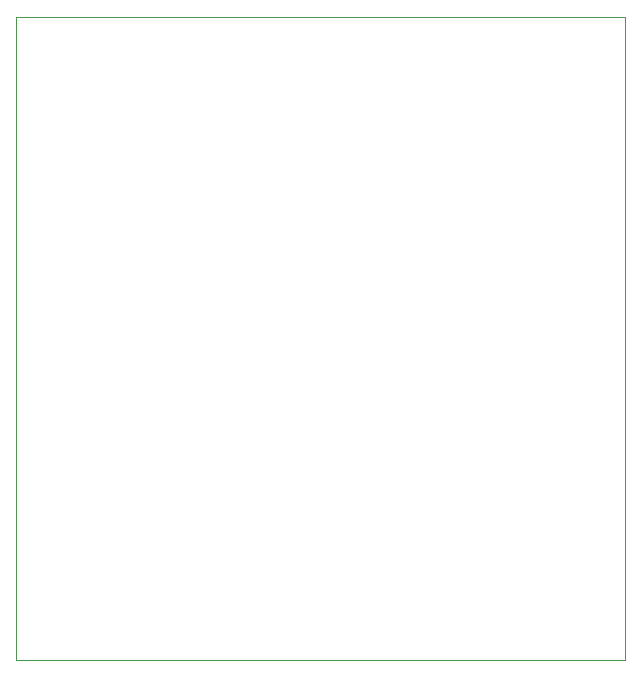
<source format=gbr>
%TF.GenerationSoftware,KiCad,Pcbnew,(6.0.5)*%
%TF.CreationDate,2022-05-27T17:05:52+02:00*%
%TF.ProjectId,ESP32Webradio_3,45535033-3257-4656-9272-6164696f5f33,rev?*%
%TF.SameCoordinates,Original*%
%TF.FileFunction,Profile,NP*%
%FSLAX46Y46*%
G04 Gerber Fmt 4.6, Leading zero omitted, Abs format (unit mm)*
G04 Created by KiCad (PCBNEW (6.0.5)) date 2022-05-27 17:05:52*
%MOMM*%
%LPD*%
G01*
G04 APERTURE LIST*
%TA.AperFunction,Profile*%
%ADD10C,0.100000*%
%TD*%
G04 APERTURE END LIST*
D10*
X85217000Y-64452500D02*
X136779000Y-64452500D01*
X136779000Y-64452500D02*
X136779000Y-118935500D01*
X136779000Y-118935500D02*
X85217000Y-118935500D01*
X85217000Y-118935500D02*
X85217000Y-64452500D01*
M02*

</source>
